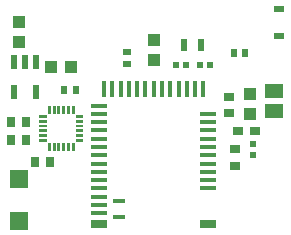
<source format=gbr>
G04 EAGLE Gerber RS-274X export*
G75*
%MOMM*%
%FSLAX34Y34*%
%LPD*%
%INSolderpaste Top*%
%IPPOS*%
%AMOC8*
5,1,8,0,0,1.08239X$1,22.5*%
G01*
%ADD10R,1.000000X1.100000*%
%ADD11R,0.590000X0.630000*%
%ADD12R,0.700000X0.900000*%
%ADD13R,0.939800X0.660400*%
%ADD14R,0.850000X0.800000*%
%ADD15R,0.600000X0.540000*%
%ADD16R,1.500000X1.500000*%
%ADD17R,1.400000X0.800000*%
%ADD18R,1.400000X0.400000*%
%ADD19R,0.400000X1.400000*%
%ADD20R,1.000000X0.400000*%
%ADD21C,0.055000*%
%ADD22R,0.550000X1.200000*%
%ADD23R,1.100000X1.000000*%
%ADD24R,1.500000X1.300000*%
%ADD25R,0.600000X1.100000*%
%ADD26R,0.830000X0.630000*%
%ADD27R,0.900000X0.700000*%
%ADD28R,0.700000X0.600000*%
%ADD29R,0.600000X0.700000*%


D10*
X284480Y174380D03*
X284480Y191380D03*
D11*
X323460Y169672D03*
X331860Y169672D03*
X311540Y169672D03*
X303140Y169672D03*
D12*
X163680Y121920D03*
X176680Y121920D03*
X184000Y87884D03*
X197000Y87884D03*
X163680Y106680D03*
X176680Y106680D03*
D10*
X365760Y145660D03*
X365760Y128660D03*
D13*
X353060Y84328D03*
X353060Y98552D03*
D14*
X370220Y114300D03*
X356220Y114300D03*
D15*
X368300Y102872D03*
X368300Y94232D03*
D16*
X170180Y38380D03*
X170180Y73380D03*
D17*
X330480Y35660D03*
D18*
X330480Y65660D03*
X330480Y72660D03*
X330480Y79660D03*
X330480Y86660D03*
X330480Y93660D03*
X330480Y100660D03*
X330480Y107660D03*
X330480Y114660D03*
X330480Y121660D03*
X330480Y128660D03*
D19*
X326480Y149660D03*
X319480Y149660D03*
X312480Y149660D03*
X305480Y149660D03*
X298480Y149660D03*
X291480Y149660D03*
X284480Y149660D03*
X277480Y149660D03*
X270480Y149660D03*
X263480Y149660D03*
X256480Y149660D03*
X249480Y149660D03*
X242480Y149660D03*
D18*
X238480Y128660D03*
X238480Y121660D03*
X238480Y114660D03*
X238480Y107660D03*
X238480Y100660D03*
X238480Y93660D03*
X238480Y86660D03*
X238480Y79660D03*
X238480Y72660D03*
X238480Y65660D03*
X238480Y58660D03*
X238480Y51660D03*
X238480Y44660D03*
D17*
X238480Y35660D03*
D20*
X255480Y41160D03*
X255480Y55160D03*
D18*
X238480Y135660D03*
D21*
X214915Y135215D02*
X214915Y129365D01*
X214915Y135215D02*
X216565Y135215D01*
X216565Y129365D01*
X214915Y129365D01*
X214915Y129887D02*
X216565Y129887D01*
X216565Y130409D02*
X214915Y130409D01*
X214915Y130931D02*
X216565Y130931D01*
X216565Y131453D02*
X214915Y131453D01*
X214915Y131975D02*
X216565Y131975D01*
X216565Y132497D02*
X214915Y132497D01*
X214915Y133019D02*
X216565Y133019D01*
X216565Y133541D02*
X214915Y133541D01*
X214915Y134063D02*
X216565Y134063D01*
X216565Y134585D02*
X214915Y134585D01*
X214915Y135107D02*
X216565Y135107D01*
X210915Y135215D02*
X210915Y129365D01*
X210915Y135215D02*
X212565Y135215D01*
X212565Y129365D01*
X210915Y129365D01*
X210915Y129887D02*
X212565Y129887D01*
X212565Y130409D02*
X210915Y130409D01*
X210915Y130931D02*
X212565Y130931D01*
X212565Y131453D02*
X210915Y131453D01*
X210915Y131975D02*
X212565Y131975D01*
X212565Y132497D02*
X210915Y132497D01*
X210915Y133019D02*
X212565Y133019D01*
X212565Y133541D02*
X210915Y133541D01*
X210915Y134063D02*
X212565Y134063D01*
X212565Y134585D02*
X210915Y134585D01*
X210915Y135107D02*
X212565Y135107D01*
X206915Y135215D02*
X206915Y129365D01*
X206915Y135215D02*
X208565Y135215D01*
X208565Y129365D01*
X206915Y129365D01*
X206915Y129887D02*
X208565Y129887D01*
X208565Y130409D02*
X206915Y130409D01*
X206915Y130931D02*
X208565Y130931D01*
X208565Y131453D02*
X206915Y131453D01*
X206915Y131975D02*
X208565Y131975D01*
X208565Y132497D02*
X206915Y132497D01*
X206915Y133019D02*
X208565Y133019D01*
X208565Y133541D02*
X206915Y133541D01*
X206915Y134063D02*
X208565Y134063D01*
X208565Y134585D02*
X206915Y134585D01*
X206915Y135107D02*
X208565Y135107D01*
X202915Y135215D02*
X202915Y129365D01*
X202915Y135215D02*
X204565Y135215D01*
X204565Y129365D01*
X202915Y129365D01*
X202915Y129887D02*
X204565Y129887D01*
X204565Y130409D02*
X202915Y130409D01*
X202915Y130931D02*
X204565Y130931D01*
X204565Y131453D02*
X202915Y131453D01*
X202915Y131975D02*
X204565Y131975D01*
X204565Y132497D02*
X202915Y132497D01*
X202915Y133019D02*
X204565Y133019D01*
X204565Y133541D02*
X202915Y133541D01*
X202915Y134063D02*
X204565Y134063D01*
X204565Y134585D02*
X202915Y134585D01*
X202915Y135107D02*
X204565Y135107D01*
X198915Y135215D02*
X198915Y129365D01*
X198915Y135215D02*
X200565Y135215D01*
X200565Y129365D01*
X198915Y129365D01*
X198915Y129887D02*
X200565Y129887D01*
X200565Y130409D02*
X198915Y130409D01*
X198915Y130931D02*
X200565Y130931D01*
X200565Y131453D02*
X198915Y131453D01*
X198915Y131975D02*
X200565Y131975D01*
X200565Y132497D02*
X198915Y132497D01*
X198915Y133019D02*
X200565Y133019D01*
X200565Y133541D02*
X198915Y133541D01*
X198915Y134063D02*
X200565Y134063D01*
X200565Y134585D02*
X198915Y134585D01*
X198915Y135107D02*
X200565Y135107D01*
X194915Y135215D02*
X194915Y129365D01*
X194915Y135215D02*
X196565Y135215D01*
X196565Y129365D01*
X194915Y129365D01*
X194915Y129887D02*
X196565Y129887D01*
X196565Y130409D02*
X194915Y130409D01*
X194915Y130931D02*
X196565Y130931D01*
X196565Y131453D02*
X194915Y131453D01*
X194915Y131975D02*
X196565Y131975D01*
X196565Y132497D02*
X194915Y132497D01*
X194915Y133019D02*
X196565Y133019D01*
X196565Y133541D02*
X194915Y133541D01*
X194915Y134063D02*
X196565Y134063D01*
X196565Y134585D02*
X194915Y134585D01*
X194915Y135107D02*
X196565Y135107D01*
X193215Y126015D02*
X187365Y126015D01*
X187365Y127665D01*
X193215Y127665D01*
X193215Y126015D01*
X193215Y126537D02*
X187365Y126537D01*
X187365Y127059D02*
X193215Y127059D01*
X193215Y127581D02*
X187365Y127581D01*
X187365Y122015D02*
X193215Y122015D01*
X187365Y122015D02*
X187365Y123665D01*
X193215Y123665D01*
X193215Y122015D01*
X193215Y122537D02*
X187365Y122537D01*
X187365Y123059D02*
X193215Y123059D01*
X193215Y123581D02*
X187365Y123581D01*
X187365Y118015D02*
X193215Y118015D01*
X187365Y118015D02*
X187365Y119665D01*
X193215Y119665D01*
X193215Y118015D01*
X193215Y118537D02*
X187365Y118537D01*
X187365Y119059D02*
X193215Y119059D01*
X193215Y119581D02*
X187365Y119581D01*
X187365Y114015D02*
X193215Y114015D01*
X187365Y114015D02*
X187365Y115665D01*
X193215Y115665D01*
X193215Y114015D01*
X193215Y114537D02*
X187365Y114537D01*
X187365Y115059D02*
X193215Y115059D01*
X193215Y115581D02*
X187365Y115581D01*
X187365Y110015D02*
X193215Y110015D01*
X187365Y110015D02*
X187365Y111665D01*
X193215Y111665D01*
X193215Y110015D01*
X193215Y110537D02*
X187365Y110537D01*
X187365Y111059D02*
X193215Y111059D01*
X193215Y111581D02*
X187365Y111581D01*
X187365Y106015D02*
X193215Y106015D01*
X187365Y106015D02*
X187365Y107665D01*
X193215Y107665D01*
X193215Y106015D01*
X193215Y106537D02*
X187365Y106537D01*
X187365Y107059D02*
X193215Y107059D01*
X193215Y107581D02*
X187365Y107581D01*
X196565Y104315D02*
X196565Y98465D01*
X194915Y98465D01*
X194915Y104315D01*
X196565Y104315D01*
X196565Y98987D02*
X194915Y98987D01*
X194915Y99509D02*
X196565Y99509D01*
X196565Y100031D02*
X194915Y100031D01*
X194915Y100553D02*
X196565Y100553D01*
X196565Y101075D02*
X194915Y101075D01*
X194915Y101597D02*
X196565Y101597D01*
X196565Y102119D02*
X194915Y102119D01*
X194915Y102641D02*
X196565Y102641D01*
X196565Y103163D02*
X194915Y103163D01*
X194915Y103685D02*
X196565Y103685D01*
X196565Y104207D02*
X194915Y104207D01*
X200565Y104315D02*
X200565Y98465D01*
X198915Y98465D01*
X198915Y104315D01*
X200565Y104315D01*
X200565Y98987D02*
X198915Y98987D01*
X198915Y99509D02*
X200565Y99509D01*
X200565Y100031D02*
X198915Y100031D01*
X198915Y100553D02*
X200565Y100553D01*
X200565Y101075D02*
X198915Y101075D01*
X198915Y101597D02*
X200565Y101597D01*
X200565Y102119D02*
X198915Y102119D01*
X198915Y102641D02*
X200565Y102641D01*
X200565Y103163D02*
X198915Y103163D01*
X198915Y103685D02*
X200565Y103685D01*
X200565Y104207D02*
X198915Y104207D01*
X204565Y104315D02*
X204565Y98465D01*
X202915Y98465D01*
X202915Y104315D01*
X204565Y104315D01*
X204565Y98987D02*
X202915Y98987D01*
X202915Y99509D02*
X204565Y99509D01*
X204565Y100031D02*
X202915Y100031D01*
X202915Y100553D02*
X204565Y100553D01*
X204565Y101075D02*
X202915Y101075D01*
X202915Y101597D02*
X204565Y101597D01*
X204565Y102119D02*
X202915Y102119D01*
X202915Y102641D02*
X204565Y102641D01*
X204565Y103163D02*
X202915Y103163D01*
X202915Y103685D02*
X204565Y103685D01*
X204565Y104207D02*
X202915Y104207D01*
X208565Y104315D02*
X208565Y98465D01*
X206915Y98465D01*
X206915Y104315D01*
X208565Y104315D01*
X208565Y98987D02*
X206915Y98987D01*
X206915Y99509D02*
X208565Y99509D01*
X208565Y100031D02*
X206915Y100031D01*
X206915Y100553D02*
X208565Y100553D01*
X208565Y101075D02*
X206915Y101075D01*
X206915Y101597D02*
X208565Y101597D01*
X208565Y102119D02*
X206915Y102119D01*
X206915Y102641D02*
X208565Y102641D01*
X208565Y103163D02*
X206915Y103163D01*
X206915Y103685D02*
X208565Y103685D01*
X208565Y104207D02*
X206915Y104207D01*
X212565Y104315D02*
X212565Y98465D01*
X210915Y98465D01*
X210915Y104315D01*
X212565Y104315D01*
X212565Y98987D02*
X210915Y98987D01*
X210915Y99509D02*
X212565Y99509D01*
X212565Y100031D02*
X210915Y100031D01*
X210915Y100553D02*
X212565Y100553D01*
X212565Y101075D02*
X210915Y101075D01*
X210915Y101597D02*
X212565Y101597D01*
X212565Y102119D02*
X210915Y102119D01*
X210915Y102641D02*
X212565Y102641D01*
X212565Y103163D02*
X210915Y103163D01*
X210915Y103685D02*
X212565Y103685D01*
X212565Y104207D02*
X210915Y104207D01*
X216565Y104315D02*
X216565Y98465D01*
X214915Y98465D01*
X214915Y104315D01*
X216565Y104315D01*
X216565Y98987D02*
X214915Y98987D01*
X214915Y99509D02*
X216565Y99509D01*
X216565Y100031D02*
X214915Y100031D01*
X214915Y100553D02*
X216565Y100553D01*
X216565Y101075D02*
X214915Y101075D01*
X214915Y101597D02*
X216565Y101597D01*
X216565Y102119D02*
X214915Y102119D01*
X214915Y102641D02*
X216565Y102641D01*
X216565Y103163D02*
X214915Y103163D01*
X214915Y103685D02*
X216565Y103685D01*
X216565Y104207D02*
X214915Y104207D01*
X218265Y107665D02*
X224115Y107665D01*
X224115Y106015D01*
X218265Y106015D01*
X218265Y107665D01*
X218265Y106537D02*
X224115Y106537D01*
X224115Y107059D02*
X218265Y107059D01*
X218265Y107581D02*
X224115Y107581D01*
X224115Y111665D02*
X218265Y111665D01*
X224115Y111665D02*
X224115Y110015D01*
X218265Y110015D01*
X218265Y111665D01*
X218265Y110537D02*
X224115Y110537D01*
X224115Y111059D02*
X218265Y111059D01*
X218265Y111581D02*
X224115Y111581D01*
X224115Y115665D02*
X218265Y115665D01*
X224115Y115665D02*
X224115Y114015D01*
X218265Y114015D01*
X218265Y115665D01*
X218265Y114537D02*
X224115Y114537D01*
X224115Y115059D02*
X218265Y115059D01*
X218265Y115581D02*
X224115Y115581D01*
X224115Y119665D02*
X218265Y119665D01*
X224115Y119665D02*
X224115Y118015D01*
X218265Y118015D01*
X218265Y119665D01*
X218265Y118537D02*
X224115Y118537D01*
X224115Y119059D02*
X218265Y119059D01*
X218265Y119581D02*
X224115Y119581D01*
X224115Y123665D02*
X218265Y123665D01*
X224115Y123665D02*
X224115Y122015D01*
X218265Y122015D01*
X218265Y123665D01*
X218265Y122537D02*
X224115Y122537D01*
X224115Y123059D02*
X218265Y123059D01*
X218265Y123581D02*
X224115Y123581D01*
X224115Y127665D02*
X218265Y127665D01*
X224115Y127665D02*
X224115Y126015D01*
X218265Y126015D01*
X218265Y127665D01*
X218265Y126537D02*
X224115Y126537D01*
X224115Y127059D02*
X218265Y127059D01*
X218265Y127581D02*
X224115Y127581D01*
D22*
X184760Y173021D03*
X175260Y173021D03*
X165760Y173021D03*
X165760Y147019D03*
X184760Y147019D03*
D10*
X170180Y206620D03*
X170180Y189620D03*
D23*
X214240Y168656D03*
X197240Y168656D03*
D24*
X386080Y148200D03*
X386080Y131200D03*
D25*
X310500Y186944D03*
X324500Y186944D03*
D26*
X390652Y217240D03*
X390652Y194240D03*
D27*
X348488Y129644D03*
X348488Y142644D03*
D28*
X262128Y181276D03*
X262128Y171276D03*
D29*
X362124Y180340D03*
X352124Y180340D03*
X208360Y148844D03*
X218360Y148844D03*
M02*

</source>
